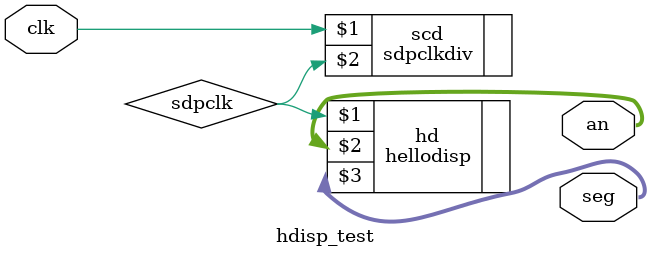
<source format=v>
`timescale 1ns / 1ps

module hdisp_test(
    clk, seg, an
);
    input clk;
    output [7:0] seg;
    output [7:0] an;
    sdpclkdiv scd(clk, sdpclk);
    hellodisp hd(sdpclk, an, seg);
endmodule
</source>
